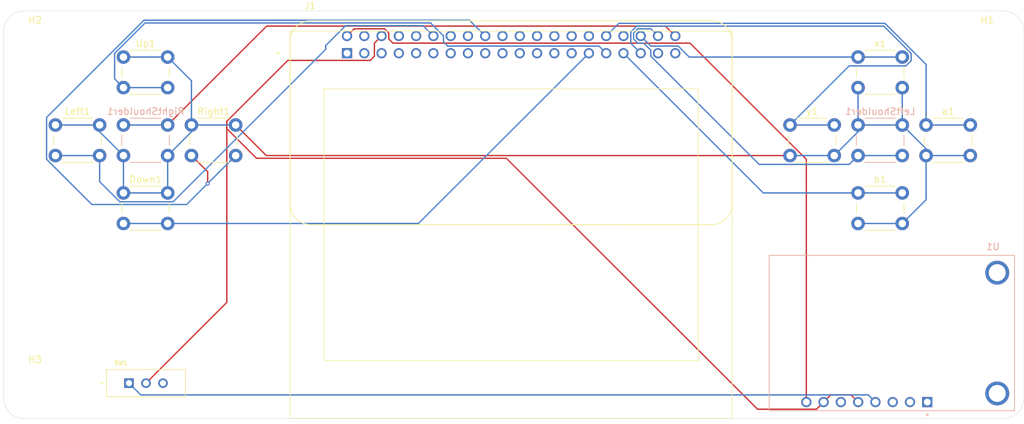
<source format=kicad_pcb>
(kicad_pcb (version 20241229) (generator "pcbnew") (generator_version "9.0")
  (layers (0 "F.Cu" signal) (2 "B.Cu" signal) (13 "F.Paste" user) (15 "B.Paste" user) (5 "F.SilkS" user "F.Silkscreen") (7 "B.SilkS" user "B.Silkscreen") (1 "F.Mask" user) (3 "B.Mask" user) (25 "Edge.Cuts" user))
  (net 0 "")
  (net 1 "GND")
  (net 2 "Net-(J1-Pin_32)")
  (net 3 "Net-(J1-Pin_33)")
  (net 4 "Net-(J1-Pin_29)")
  (net 6 "Net-(J1-Pin_18)")
  (net 13 "Net-(J1-Pin_6)")
  (net 15 "Net-(J1-Pin_35)")
  (net 17 "Net-(J1-Pin_2)")
  (net 19 "Net-(J1-Pin_40)")
  (net 27 "Net-(J1-Pin_36)")
  (net 32 "Net-(J1-Pin_38)")
  (net 34 "Net-(J1-Pin_12)")
  (net 39 "Net-(J1-Pin_31)")
  (net 43 "Net-(SW1-A)")
  (footprint "Button_Switch_THT:SW_PUSH_6mm" (layer "F.Cu") (at 116 17)
    (property "Reference" "y1" (at 3.25 -2 0) (layer "F.SilkS"))
    (property "Value" "SW_Push")
    (fp_line (start -0.25 1.5) (end -0.25 3) (stroke (width 0.12)) (layer "F.SilkS"))
    (fp_line (start 1 5.5) (end 5.5 5.5) (stroke (width 0.12)) (layer "F.SilkS"))
    (fp_line (start 5.5 -1) (end 1 -1) (stroke (width 0.12)) (layer "F.SilkS"))
    (fp_line (start 6.75 3) (end 6.75 1.5) (stroke (width 0.12)) (layer "F.SilkS"))
    (pad "1" thru_hole circle (at 0 0 90) (size 2 2) (drill 1.1) (layers "*.Cu" "*.Mask") (net 15 "Net-(J1-Pin_35)"))
    (pad "1" thru_hole circle (at 6.5 0 90) (size 2 2) (drill 1.1) (layers "*.Cu" "*.Mask") (net 15 "Net-(J1-Pin_35)"))
    (pad "2" thru_hole circle (at 0 4.5 90) (size 2 2) (drill 1.1) (layers "*.Cu" "*.Mask") (net 1 "GND"))
    (pad "2" thru_hole circle (at 6.5 4.5 90) (size 2 2) (drill 1.1) (layers "*.Cu" "*.Mask") (net 1 "GND"))
  )
  (footprint "Button_Switch_THT:SW_PUSH_6mm" (layer "F.Cu") (at 126 27)
    (property "Reference" "b1" (at 3.25 -2 0) (layer "F.SilkS"))
    (property "Value" "SW_Push")
    (fp_line (start -0.25 1.5) (end -0.25 3) (stroke (width 0.12)) (layer "F.SilkS"))
    (fp_line (start 1 5.5) (end 5.5 5.5) (stroke (width 0.12)) (layer "F.SilkS"))
    (fp_line (start 5.5 -1) (end 1 -1) (stroke (width 0.12)) (layer "F.SilkS"))
    (fp_line (start 6.75 3) (end 6.75 1.5) (stroke (width 0.12)) (layer "F.SilkS"))
    (pad "1" thru_hole circle (at 0 0 90) (size 2 2) (drill 1.1) (layers "*.Cu" "*.Mask") (net 3 "Net-(J1-Pin_33)"))
    (pad "1" thru_hole circle (at 6.5 0 90) (size 2 2) (drill 1.1) (layers "*.Cu" "*.Mask") (net 3 "Net-(J1-Pin_33)"))
    (pad "2" thru_hole circle (at 0 4.5 90) (size 2 2) (drill 1.1) (layers "*.Cu" "*.Mask") (net 1 "GND"))
    (pad "2" thru_hole circle (at 6.5 4.5 90) (size 2 2) (drill 1.1) (layers "*.Cu" "*.Mask") (net 1 "GND"))
  )
  (footprint "Button_Switch_THT:SW_PUSH_6mm" (layer "F.Cu") (at 126 7)
    (property "Reference" "x1" (at 3.25 -2 0) (layer "F.SilkS"))
    (property "Value" "SW_Push")
    (fp_line (start -0.25 1.5) (end -0.25 3) (stroke (width 0.12)) (layer "F.SilkS"))
    (fp_line (start 1 5.5) (end 5.5 5.5) (stroke (width 0.12)) (layer "F.SilkS"))
    (fp_line (start 5.5 -1) (end 1 -1) (stroke (width 0.12)) (layer "F.SilkS"))
    (fp_line (start 6.75 3) (end 6.75 1.5) (stroke (width 0.12)) (layer "F.SilkS"))
    (pad "1" thru_hole circle (at 0 0 90) (size 2 2) (drill 1.1) (layers "*.Cu" "*.Mask") (net 27 "Net-(J1-Pin_36)"))
    (pad "1" thru_hole circle (at 6.5 0 90) (size 2 2) (drill 1.1) (layers "*.Cu" "*.Mask") (net 27 "Net-(J1-Pin_36)"))
    (pad "2" thru_hole circle (at 0 4.5 90) (size 2 2) (drill 1.1) (layers "*.Cu" "*.Mask") (net 1 "GND"))
    (pad "2" thru_hole circle (at 6.5 4.5 90) (size 2 2) (drill 1.1) (layers "*.Cu" "*.Mask") (net 1 "GND"))
  )
  (footprint "Button_Switch_THT:SW_PUSH_6mm" (layer "F.Cu") (at 28 17)
    (property "Reference" "Right1" (at 3.25 -2 0) (layer "F.SilkS"))
    (property "Value" "SW_Push")
    (fp_line (start -0.25 1.5) (end -0.25 3) (stroke (width 0.12)) (layer "F.SilkS"))
    (fp_line (start 1 5.5) (end 5.5 5.5) (stroke (width 0.12)) (layer "F.SilkS"))
    (fp_line (start 5.5 -1) (end 1 -1) (stroke (width 0.12)) (layer "F.SilkS"))
    (fp_line (start 6.75 3) (end 6.75 1.5) (stroke (width 0.12)) (layer "F.SilkS"))
    (pad "1" thru_hole circle (at 0 0 90) (size 2 2) (drill 1.1) (layers "*.Cu" "*.Mask") (net 1 "GND"))
    (pad "1" thru_hole circle (at 6.5 0 90) (size 2 2) (drill 1.1) (layers "*.Cu" "*.Mask") (net 1 "GND"))
    (pad "2" thru_hole circle (at 0 4.5 90) (size 2 2) (drill 1.1) (layers "*.Cu" "*.Mask") (net 6 "Net-(J1-Pin_18)"))
    (pad "2" thru_hole circle (at 6.5 4.5 90) (size 2 2) (drill 1.1) (layers "*.Cu" "*.Mask") (net 6 "Net-(J1-Pin_18)"))
  )
  (footprint "MountingHole:MountingHole_2.5mm" (layer "F.Cu") (at 145 5)
    (property "Reference" "H1" (at 0 -3.45 0) (layer "F.SilkS"))
    (property "Value" "MountingHole")
    (pad "" np_thru_hole circle (at 0 0) (size 2.5 2.5) (drill 2.5) (layers "*.Cu" "*.Mask"))
  )
  (footprint "MountingHole:MountingHole_2.5mm" (layer "F.Cu") (at 5 5)
    (property "Reference" "H2" (at 0 -3.45 0) (layer "F.SilkS"))
    (property "Value" "MountingHole")
    (pad "" np_thru_hole circle (at 0 0) (size 2.5 2.5) (drill 2.5) (layers "*.Cu" "*.Mask"))
  )
  (footprint "Button_Switch_THT:SW_PUSH_6mm" (layer "F.Cu") (at 136 17)
    (property "Reference" "a1" (at 3.25 -2 0) (layer "F.SilkS"))
    (property "Value" "SW_Push")
    (fp_line (start -0.25 1.5) (end -0.25 3) (stroke (width 0.12)) (layer "F.SilkS"))
    (fp_line (start 1 5.5) (end 5.5 5.5) (stroke (width 0.12)) (layer "F.SilkS"))
    (fp_line (start 5.5 -1) (end 1 -1) (stroke (width 0.12)) (layer "F.SilkS"))
    (fp_line (start 6.75 3) (end 6.75 1.5) (stroke (width 0.12)) (layer "F.SilkS"))
    (pad "1" thru_hole circle (at 0 0 90) (size 2 2) (drill 1.1) (layers "*.Cu" "*.Mask") (net 2 "Net-(J1-Pin_32)"))
    (pad "1" thru_hole circle (at 6.5 0 90) (size 2 2) (drill 1.1) (layers "*.Cu" "*.Mask") (net 2 "Net-(J1-Pin_32)"))
    (pad "2" thru_hole circle (at 0 4.5 90) (size 2 2) (drill 1.1) (layers "*.Cu" "*.Mask") (net 1 "GND"))
    (pad "2" thru_hole circle (at 6.5 4.5 90) (size 2 2) (drill 1.1) (layers "*.Cu" "*.Mask") (net 1 "GND"))
  )
  (footprint "Button_Switch_THT:SW_PUSH_6mm" (layer "F.Cu") (at 18 27)
    (property "Reference" "Down1" (at 3.25 -2 0) (layer "F.SilkS"))
    (property "Value" "SW_Push")
    (fp_line (start -0.25 1.5) (end -0.25 3) (stroke (width 0.12)) (layer "F.SilkS"))
    (fp_line (start 1 5.5) (end 5.5 5.5) (stroke (width 0.12)) (layer "F.SilkS"))
    (fp_line (start 5.5 -1) (end 1 -1) (stroke (width 0.12)) (layer "F.SilkS"))
    (fp_line (start 6.75 3) (end 6.75 1.5) (stroke (width 0.12)) (layer "F.SilkS"))
    (pad "1" thru_hole circle (at 0 0 90) (size 2 2) (drill 1.1) (layers "*.Cu" "*.Mask") (net 1 "GND"))
    (pad "1" thru_hole circle (at 6.5 0 90) (size 2 2) (drill 1.1) (layers "*.Cu" "*.Mask") (net 1 "GND"))
    (pad "2" thru_hole circle (at 0 4.5 90) (size 2 2) (drill 1.1) (layers "*.Cu" "*.Mask") (net 4 "Net-(J1-Pin_29)"))
    (pad "2" thru_hole circle (at 6.5 4.5 90) (size 2 2) (drill 1.1) (layers "*.Cu" "*.Mask") (net 4 "Net-(J1-Pin_29)"))
  )
  (footprint "1 spdt:SW_MINI-SPDT-SW" (layer "F.Cu") (at 21.3125 55)
    (property "Reference" "SW1" (at -3.683 -2.9464 0) (layer "F.SilkS") (effects (font (size 0.64 0.64))))
    (property "Value" "SW_SPDT")
    (fp_line (start -5.8 -2) (end -5.8 2) (stroke (width 0.127)) (layer "F.SilkS"))
    (fp_line (start -5.8 2) (end 5.8 2) (stroke (width 0.127)) (layer "F.SilkS"))
    (fp_line (start 5.8 -2) (end -5.8 -2) (stroke (width 0.127)) (layer "F.SilkS"))
    (fp_line (start 5.8 2) (end 5.8 -2) (stroke (width 0.127)) (layer "F.SilkS"))
    (fp_circle (center -6.5 0) (end -6.4 0) (stroke (width 0.2)) (fill no) (layer "F.SilkS"))
    (pad "1" thru_hole rect (at -2.5 0) (size 1.408 1.408) (drill 0.9) (layers "*.Cu" "*.Mask") (net 43 "Net-(SW1-A)"))
    (pad "2" thru_hole circle (at 0 0) (size 1.408 1.408) (drill 0.9) (layers "*.Cu" "*.Mask") (net 13 "Net-(J1-Pin_6)"))
    (pad "3" thru_hole circle (at 2.5 0) (size 1.408 1.408) (drill 0.9) (layers "*.Cu" "*.Mask"))
  )
  (footprint "Button_Switch_THT:SW_PUSH_6mm" (layer "F.Cu") (at 8 17)
    (property "Reference" "Left1" (at 3.25 -2 0) (layer "F.SilkS"))
    (property "Value" "SW_Push")
    (fp_line (start -0.25 1.5) (end -0.25 3) (stroke (width 0.12)) (layer "F.SilkS"))
    (fp_line (start 1 5.5) (end 5.5 5.5) (stroke (width 0.12)) (layer "F.SilkS"))
    (fp_line (start 5.5 -1) (end 1 -1) (stroke (width 0.12)) (layer "F.SilkS"))
    (fp_line (start 6.75 3) (end 6.75 1.5) (stroke (width 0.12)) (layer "F.SilkS"))
    (pad "1" thru_hole circle (at 0 0 90) (size 2 2) (drill 1.1) (layers "*.Cu" "*.Mask") (net 1 "GND"))
    (pad "1" thru_hole circle (at 6.5 0 90) (size 2 2) (drill 1.1) (layers "*.Cu" "*.Mask") (net 1 "GND"))
    (pad "2" thru_hole circle (at 0 4.5 90) (size 2 2) (drill 1.1) (layers "*.Cu" "*.Mask") (net 34 "Net-(J1-Pin_12)"))
    (pad "2" thru_hole circle (at 6.5 4.5 90) (size 2 2) (drill 1.1) (layers "*.Cu" "*.Mask") (net 34 "Net-(J1-Pin_12)"))
  )
  (footprint "Button_Switch_THT:SW_PUSH_6mm" (layer "F.Cu") (at 18 7)
    (property "Reference" "Up1" (at 3.25 -2 0) (layer "F.SilkS"))
    (property "Value" "SW_Push")
    (fp_line (start -0.25 1.5) (end -0.25 3) (stroke (width 0.12)) (layer "F.SilkS"))
    (fp_line (start 1 5.5) (end 5.5 5.5) (stroke (width 0.12)) (layer "F.SilkS"))
    (fp_line (start 5.5 -1) (end 1 -1) (stroke (width 0.12)) (layer "F.SilkS"))
    (fp_line (start 6.75 3) (end 6.75 1.5) (stroke (width 0.12)) (layer "F.SilkS"))
    (pad "1" thru_hole circle (at 0 0 90) (size 2 2) (drill 1.1) (layers "*.Cu" "*.Mask") (net 1 "GND"))
    (pad "1" thru_hole circle (at 6.5 0 90) (size 2 2) (drill 1.1) (layers "*.Cu" "*.Mask") (net 1 "GND"))
    (pad "2" thru_hole circle (at 0 4.5 90) (size 2 2) (drill 1.1) (layers "*.Cu" "*.Mask") (net 39 "Net-(J1-Pin_31)"))
    (pad "2" thru_hole circle (at 6.5 4.5 90) (size 2 2) (drill 1.1) (layers "*.Cu" "*.Mask") (net 39 "Net-(J1-Pin_31)"))
  )
  (footprint "1 pi:MODULE_SC1176" (layer "F.Cu") (at 75 16.66875)
    (property "Reference" "J1" (at -29.569 -17.2162 0) (layer "F.SilkS") (effects (font (size 1.00189 1.00189))))
    (property "Value" "Conn_02x20_Odd_Even")
    (fp_line (start -32.5 -12) (end -32.5 12) (stroke (width 0.127)) (layer "F.SilkS"))
    (fp_line (start -29.5 15) (end 29.5 15) (stroke (width 0.127)) (layer "F.SilkS"))
    (fp_line (start 4.4 15) (end 12.75 15) (stroke (width 0.127)) (layer "F.SilkS"))
    (fp_line (start 17 15) (end 25.35 15) (stroke (width 0.127)) (layer "F.SilkS"))
    (fp_line (start 29.5 -15) (end -29.5 -15) (stroke (width 0.127)) (layer "F.SilkS"))
    (fp_line (start 32.5 12) (end 32.5 -12) (stroke (width 0.127)) (layer "F.SilkS"))
    (fp_arc (start -32.5 -12) (mid -31.62132 -14.12132) (end -29.5 -15) (stroke (width 0.127)) (layer "F.SilkS"))
    (fp_arc (start -29.5 15) (mid -31.62132 14.12132) (end -32.5 12) (stroke (width 0.127)) (layer "F.SilkS"))
    (fp_arc (start 29.5 -15) (mid 31.62132 -14.12132) (end 32.5 -12) (stroke (width 0.127)) (layer "F.SilkS"))
    (fp_arc (start 32.5 12) (mid 31.62132 14.12132) (end 29.5 15) (stroke (width 0.127)) (layer "F.SilkS"))
    (fp_circle (center -34.29 -10.23) (end -34.19 -10.23) (stroke (width 0.2)) (fill no) (layer "F.SilkS"))
    (pad "" np_thru_hole circle (at -29 -11.5) (size 2.75 2.75) (drill 2.75) (layers "*.Cu" "*.Mask"))
    (pad "" np_thru_hole circle (at -29 11.5) (size 2.75 2.75) (drill 2.75) (layers "*.Cu" "*.Mask"))
    (pad "" np_thru_hole circle (at 29 -11.5) (size 2.75 2.75) (drill 2.75) (layers "*.Cu" "*.Mask"))
    (pad "" np_thru_hole circle (at 29 11.5) (size 2.75 2.75) (drill 2.75) (layers "*.Cu" "*.Mask"))
    (pad "1" thru_hole rect (at -24.13 -10.23) (size 1.508 1.508) (drill 1) (layers "*.Cu" "*.Mask"))
    (pad "2" thru_hole circle (at -24.13 -12.77) (size 1.508 1.508) (drill 1) (layers "*.Cu" "*.Mask") (net 17 "Net-(J1-Pin_2)"))
    (pad "3" thru_hole circle (at -21.59 -10.23) (size 1.508 1.508) (drill 1) (layers "*.Cu" "*.Mask"))
    (pad "4" thru_hole circle (at -21.59 -12.77) (size 1.508 1.508) (drill 1) (layers "*.Cu" "*.Mask"))
    (pad "5" thru_hole circle (at -19.05 -10.23) (size 1.508 1.508) (drill 1) (layers "*.Cu" "*.Mask"))
    (pad "6" thru_hole circle (at -19.05 -12.77) (size 1.508 1.508) (drill 1) (layers "*.Cu" "*.Mask") (net 13 "Net-(J1-Pin_6)"))
    (pad "7" thru_hole circle (at -16.51 -10.23) (size 1.508 1.508) (drill 1) (layers "*.Cu" "*.Mask"))
    (pad "8" thru_hole circle (at -16.51 -12.77) (size 1.508 1.508) (drill 1) (layers "*.Cu" "*.Mask"))
    (pad "9" thru_hole circle (at -13.97 -10.23) (size 1.508 1.508) (drill 1) (layers "*.Cu" "*.Mask"))
    (pad "10" thru_hole circle (at -13.97 -12.77) (size 1.508 1.508) (drill 1) (layers "*.Cu" "*.Mask"))
    (pad "11" thru_hole circle (at -11.43 -10.23) (size 1.508 1.508) (drill 1) (layers "*.Cu" "*.Mask"))
    (pad "12" thru_hole circle (at -11.43 -12.77) (size 1.508 1.508) (drill 1) (layers "*.Cu" "*.Mask") (net 34 "Net-(J1-Pin_12)"))
    (pad "13" thru_hole circle (at -8.89 -10.23) (size 1.508 1.508) (drill 1) (layers "*.Cu" "*.Mask"))
    (pad "14" thru_hole circle (at -8.89 -12.77) (size 1.508 1.508) (drill 1) (layers "*.Cu" "*.Mask"))
    (pad "15" thru_hole circle (at -6.35 -10.23) (size 1.508 1.508) (drill 1) (layers "*.Cu" "*.Mask"))
    (pad "16" thru_hole circle (at -6.35 -12.77) (size 1.508 1.508) (drill 1) (layers "*.Cu" "*.Mask"))
    (pad "17" thru_hole circle (at -3.81 -10.23) (size 1.508 1.508) (drill 1) (layers "*.Cu" "*.Mask"))
    (pad "18" thru_hole circle (at -3.81 -12.77) (size 1.508 1.508) (drill 1) (layers "*.Cu" "*.Mask") (net 6 "Net-(J1-Pin_18)"))
    (pad "19" thru_hole circle (at -1.27 -10.23) (size 1.508 1.508) (drill 1) (layers "*.Cu" "*.Mask"))
    (pad "20" thru_hole circle (at -1.27 -12.77) (size 1.508 1.508) (drill 1) (layers "*.Cu" "*.Mask"))
    (pad "21" thru_hole circle (at 1.27 -10.23) (size 1.508 1.508) (drill 1) (layers "*.Cu" "*.Mask"))
    (pad "22" thru_hole circle (at 1.27 -12.77) (size 1.508 1.508) (drill 1) (layers "*.Cu" "*.Mask"))
    (pad "23" thru_hole circle (at 3.81 -10.23) (size 1.508 1.508) (drill 1) (layers "*.Cu" "*.Mask"))
    (pad "24" thru_hole circle (at 3.81 -12.77) (size 1.508 1.508) (drill 1) (layers "*.Cu" "*.Mask"))
    (pad "25" thru_hole circle (at 6.35 -10.23) (size 1.508 1.508) (drill 1) (layers "*.Cu" "*.Mask"))
    (pad "26" thru_hole circle (at 6.35 -12.77) (size 1.508 1.508) (drill 1) (layers "*.Cu" "*.Mask"))
    (pad "27" thru_hole circle (at 8.89 -10.23) (size 1.508 1.508) (drill 1) (layers "*.Cu" "*.Mask"))
    (pad "28" thru_hole circle (at 8.89 -12.77) (size 1.508 1.508) (drill 1) (layers "*.Cu" "*.Mask"))
    (pad "29" thru_hole circle (at 11.43 -10.23) (size 1.508 1.508) (drill 1) (layers "*.Cu" "*.Mask") (net 4 "Net-(J1-Pin_29)"))
    (pad "30" thru_hole circle (at 11.43 -12.77) (size 1.508 1.508) (drill 1) (layers "*.Cu" "*.Mask"))
    (pad "31" thru_hole circle (at 13.97 -10.23) (size 1.508 1.508) (drill 1) (layers "*.Cu" "*.Mask") (net 39 "Net-(J1-Pin_31)"))
    (pad "32" thru_hole circle (at 13.97 -12.77) (size 1.508 1.508) (drill 1) (layers "*.Cu" "*.Mask") (net 2 "Net-(J1-Pin_32)"))
    (pad "33" thru_hole circle (at 16.51 -10.23) (size 1.508 1.508) (drill 1) (layers "*.Cu" "*.Mask") (net 3 "Net-(J1-Pin_33)"))
    (pad "34" thru_hole circle (at 16.51 -12.77) (size 1.508 1.508) (drill 1) (layers "*.Cu" "*.Mask"))
    (pad "35" thru_hole circle (at 19.05 -10.23) (size 1.508 1.508) (drill 1) (layers "*.Cu" "*.Mask") (net 15 "Net-(J1-Pin_35)"))
    (pad "36" thru_hole circle (at 19.05 -12.77) (size 1.508 1.508) (drill 1) (layers "*.Cu" "*.Mask") (net 27 "Net-(J1-Pin_36)"))
    (pad "37" thru_hole circle (at 21.59 -10.23) (size 1.508 1.508) (drill 1) (layers "*.Cu" "*.Mask"))
    (pad "38" thru_hole circle (at 21.59 -12.77) (size 1.508 1.508) (drill 1) (layers "*.Cu" "*.Mask") (net 32 "Net-(J1-Pin_38)"))
    (pad "39" thru_hole circle (at 24.13 -10.23) (size 1.508 1.508) (drill 1) (layers "*.Cu" "*.Mask"))
    (pad "40" thru_hole circle (at 24.13 -12.77) (size 1.508 1.508) (drill 1) (layers "*.Cu" "*.Mask") (net 19 "Net-(J1-Pin_40)"))
  )
  (footprint "MountingHole:MountingHole_2.5mm" (layer "F.Cu") (at 5 55)
    (property "Reference" "H3" (at 0 -3.45 0) (layer "F.SilkS"))
    (property "Value" "MountingHole")
    (pad "" np_thru_hole circle (at 0 0) (size 2.5 2.5) (drill 2.5) (layers "*.Cu" "*.Mask"))
  )
  (footprint "Button_Switch_THT:SW_PUSH_6mm" (layer "B.Cu") (at 132.5 17 180)
    (property "Reference" "LeftShoulder1" (at 3.25 2 0) (layer "B.SilkS") (effects (justify mirror)))
    (property "Value" "SW_Push")
    (fp_line (start 6.75 -3) (end 6.75 -1.5) (stroke (width 0.12)) (layer "B.SilkS"))
    (fp_line (start 5.5 1) (end 1 1) (stroke (width 0.12)) (layer "B.SilkS"))
    (fp_line (start 1 -5.5) (end 5.5 -5.5) (stroke (width 0.12)) (layer "B.SilkS"))
    (fp_line (start -0.25 -1.5) (end -0.25 -3) (stroke (width 0.12)) (layer "B.SilkS"))
    (pad "1" thru_hole circle (at 0 0 90) (size 2 2) (drill 1.1) (layers "*.Cu" "*.Mask") (net 1 "GND"))
    (pad "1" thru_hole circle (at 6.5 0 90) (size 2 2) (drill 1.1) (layers "*.Cu" "*.Mask") (net 1 "GND"))
    (pad "2" thru_hole circle (at 0 -4.5 90) (size 2 2) (drill 1.1) (layers "*.Cu" "*.Mask") (net 32 "Net-(J1-Pin_38)"))
    (pad "2" thru_hole circle (at 6.5 -4.5 90) (size 2 2) (drill 1.1) (layers "*.Cu" "*.Mask") (net 32 "Net-(J1-Pin_38)"))
  )
  (footprint "Button_Switch_THT:SW_PUSH_6mm" (layer "B.Cu") (at 24.5 17 180)
    (property "Reference" "RightShoulder1" (at 3.25 2 0) (layer "B.SilkS") (effects (justify mirror)))
    (property "Value" "SW_Push")
    (fp_line (start 6.75 -3) (end 6.75 -1.5) (stroke (width 0.12)) (layer "B.SilkS"))
    (fp_line (start 5.5 1) (end 1 1) (stroke (width 0.12)) (layer "B.SilkS"))
    (fp_line (start 1 -5.5) (end 5.5 -5.5) (stroke (width 0.12)) (layer "B.SilkS"))
    (fp_line (start -0.25 -1.5) (end -0.25 -3) (stroke (width 0.12)) (layer "B.SilkS"))
    (pad "1" thru_hole circle (at 0 0 90) (size 2 2) (drill 1.1) (layers "*.Cu" "*.Mask") (net 19 "Net-(J1-Pin_40)"))
    (pad "1" thru_hole circle (at 6.5 0 90) (size 2 2) (drill 1.1) (layers "*.Cu" "*.Mask") (net 19 "Net-(J1-Pin_40)"))
    (pad "2" thru_hole circle (at 0 -4.5 90) (size 2 2) (drill 1.1) (layers "*.Cu" "*.Mask") (net 1 "GND"))
    (pad "2" thru_hole circle (at 6.5 -4.5 90) (size 2 2) (drill 1.1) (layers "*.Cu" "*.Mask") (net 1 "GND"))
  )
  (footprint "1000c:MODULE_2465" (layer "B.Cu") (at 130.96875 47.625 180)
    (property "Reference" "U1" (at -14.859 12.705 0) (layer "B.SilkS") (effects (justify mirror)))
    (property "Value" "2465")
    (fp_line (start 18.034 11.43) (end 18.034 -11.43) (stroke (width 0.127)) (layer "B.SilkS"))
    (fp_line (start 18.034 -11.43) (end -18.034 -11.43) (stroke (width 0.127)) (layer "B.SilkS"))
    (fp_line (start -18.034 11.43) (end 18.034 11.43) (stroke (width 0.127)) (layer "B.SilkS"))
    (fp_line (start -18.034 -11.43) (end -18.034 11.43) (stroke (width 0.127)) (layer "B.SilkS"))
    (fp_circle (center -5.207 -12.03) (end -5.107 -12.03) (stroke (width 0.2)) (fill no) (layer "B.SilkS"))
    (pad "1" thru_hole rect (at -5.207 -10.16 180) (size 1.508 1.508) (drill 1) (layers "*.Cu" "*.Mask"))
    (pad "2" thru_hole circle (at -2.667 -10.16 180) (size 1.508 1.508) (drill 1) (layers "*.Cu" "*.Mask"))
    (pad "3" thru_hole circle (at -0.127 -10.16 180) (size 1.508 1.508) (drill 1) (layers "*.Cu" "*.Mask"))
    (pad "4" thru_hole circle (at 2.413 -10.16 180) (size 1.508 1.508) (drill 1) (layers "*.Cu" "*.Mask") (net 43 "Net-(SW1-A)"))
    (pad "5" thru_hole circle (at 4.953 -10.16 180) (size 1.508 1.508) (drill 1) (layers "*.Cu" "*.Mask") (net 13 "Net-(J1-Pin_6)"))
    (pad "6" thru_hole circle (at 7.493 -10.16 180) (size 1.508 1.508) (drill 1) (layers "*.Cu" "*.Mask"))
    (pad "7" thru_hole circle (at 10.033 -10.16 180) (size 1.508 1.508) (drill 1) (layers "*.Cu" "*.Mask") (net 13 "Net-(J1-Pin_6)"))
    (pad "8" thru_hole circle (at 12.573 -10.16 180) (size 1.508 1.508) (drill 1) (layers "*.Cu" "*.Mask") (net 17 "Net-(J1-Pin_2)"))
    (pad "P1" thru_hole circle (at -15.494 -8.89 180) (size 3.516 3.516) (drill 2.5) (layers "*.Cu" "*.Mask"))
    (pad "P2" thru_hole circle (at -15.494 8.89 180) (size 3.516 3.516) (drill 2.5) (layers "*.Cu" "*.Mask"))
  )
  (gr_rect (start 42.5 3.16875) (end 107.5 60.16875) (stroke (width 0.1)) (fill no) (layer "F.SilkS"))
  (gr_rect (start 47.5 11.66875) (end 102.5 51.66875) (stroke (width 0.1)) (fill no) (layer "F.SilkS"))
  (gr_arc (start 3.39125 60.20625) (mid 1.26993 59.32757) (end 0.39125 57.20625) (stroke (width 0.05)) (layer "Edge.Cuts"))
  (gr_arc (start 0.39125 3.20625) (mid 1.26993 1.08493) (end 3.39125 0.20625) (stroke (width 0.05)) (layer "Edge.Cuts"))
  (gr_line (start 150.39125 3.20625) (end 150.39125 57.20625) (stroke (width 0.05)) (layer "Edge.Cuts"))
  (gr_line (start 147.39125 60.20625) (end 3.39125 60.20625) (stroke (width 0.05)) (layer "Edge.Cuts"))
  (gr_arc (start 150.39125 57.20625) (mid 149.51257 59.32757) (end 147.39125 60.20625) (stroke (width 0.05)) (layer "Edge.Cuts"))
  (gr_line (start 3.39125 0.20625) (end 147.39125 0.20625) (stroke (width 0.05)) (layer "Edge.Cuts"))
  (gr_line (start 0.39125 57.20625) (end 0.39125 3.20625) (stroke (width 0.05)) (layer "Edge.Cuts"))
  (gr_arc (start 147.39125 0.20625) (mid 149.51257 1.08493) (end 150.39125 3.20625) (stroke (width 0.05)) (layer "Edge.Cuts"))
  (segment (start 39 21.5) (end 116 21.5) (width 0.2) (layer "F.Cu") (net 1))
  (segment (start 34.5 17) (end 39 21.5) (width 0.2) (layer "F.Cu") (net 1))
  (segment (start 14.5 17) (end 8 17) (width 0.2) (layer "B.Cu") (net 1))
  (segment (start 136 20.5) (end 136 21.5) (width 0.2) (layer "B.Cu") (net 1))
  (segment (start 14.5 18) (end 14.5 17) (width 0.2) (layer "B.Cu") (net 1))
  (segment (start 18 21.5) (end 18 27) (width 0.2) (layer "B.Cu") (net 1))
  (segment (start 18 27) (end 24.5 27) (width 0.2) (layer "B.Cu") (net 1))
  (segment (start 132.5 17) (end 136 20.5) (width 0.2) (layer "B.Cu") (net 1))
  (segment (start 28 10.5) (end 24.5 7) (width 0.2) (layer "B.Cu") (net 1))
  (segment (start 122.5 21.5) (end 116 21.5) (width 0.2) (layer "B.Cu") (net 1))
  (segment (start 132.5 31.5) (end 136 28) (width 0.2) (layer "B.Cu") (net 1))
  (segment (start 18 21.5) (end 14.5 18) (width 0.2) (layer "B.Cu") (net 1))
  (segment (start 122.5 21.5) (end 126 18) (width 0.2) (layer "B.Cu") (net 1))
  (segment (start 132.5 31.5) (end 126 31.5) (width 0.2) (layer "B.Cu") (net 1))
  (segment (start 28 17) (end 34.5 17) (width 0.2) (layer "B.Cu") (net 1))
  (segment (start 132.5 17) (end 126 17) (width 0.2) (layer "B.Cu") (net 1))
  (segment (start 126 18) (end 126 17) (width 0.2) (layer "B.Cu") (net 1))
  (segment (start 18 7) (end 24.5 7) (width 0.2) (layer "B.Cu") (net 1))
  (segment (start 136 28) (end 136 21.5) (width 0.2) (layer "B.Cu") (net 1))
  (segment (start 28 18) (end 28 17) (width 0.2) (layer "B.Cu") (net 1))
  (segment (start 24.5 21.5) (end 28 18) (width 0.2) (layer "B.Cu") (net 1))
  (segment (start 28 17) (end 28 10.5) (width 0.2) (layer "B.Cu") (net 1))
  (segment (start 132.5 11.5) (end 132.5 17) (width 0.2) (layer "B.Cu") (net 1))
  (segment (start 126 11.5) (end 126 17) (width 0.2) (layer "B.Cu") (net 1))
  (segment (start 142.5 21.5) (end 136 21.5) (width 0.2) (layer "B.Cu") (net 1))
  (segment (start 24.5 27) (end 24.5 21.5) (width 0.2) (layer "B.Cu") (net 1))
  (segment (start 90.827 2.04175) (end 88.97 3.89875) (width 0.2) (layer "B.Cu") (net 2))
  (segment (start 142.5 17) (end 136 17) (width 0.2) (layer "B.Cu") (net 2))
  (segment (start 136 8.093008) (end 129.948742 2.04175) (width 0.2) (layer "B.Cu") (net 2))
  (segment (start 129.948742 2.04175) (end 90.827 2.04175) (width 0.2) (layer "B.Cu") (net 2))
  (segment (start 136 17) (end 136 8.093008) (width 0.2) (layer "B.Cu") (net 2))
  (segment (start 126 27) (end 112.07125 27) (width 0.2) (layer "B.Cu") (net 3))
  (segment (start 132.5 27) (end 126 27) (width 0.2) (layer "B.Cu") (net 3))
  (segment (start 112.07125 27) (end 91.51 6.43875) (width 0.2) (layer "B.Cu") (net 3))
  (segment (start 61.36875 31.5) (end 86.43 6.43875) (width 0.2) (layer "B.Cu") (net 4))
  (segment (start 24.5 31.5) (end 61.36875 31.5) (width 0.2) (layer "B.Cu") (net 4))
  (segment (start 18 31.5) (end 24.5 31.5) (width 0.2) (layer "B.Cu") (net 4))
  (segment (start 30.38125 23.88125) (end 30.38125 25.61875) (width 0.2) (layer "F.Cu") (net 6))
  (segment (start 28 21.5) (end 30.38125 23.88125) (width 0.2) (layer "F.Cu") (net 6))
  (via (at 30.38125 25.61875) (size 0.6) (drill 0.3) (layers "F.Cu" "B.Cu") (net 6))
  (segment (start 34.5 21.5) (end 30.38125 25.61875) (width 0.2) (layer "B.Cu") (net 6))
  (segment (start 6.699 22.038892) (end 6.699 15.894008) (width 0.2) (layer "B.Cu") (net 6))
  (segment (start 21.013758 1.57925) (end 68.8705 1.57925) (width 0.2) (layer "B.Cu") (net 6))
  (segment (start 30.38125 25.61875) (end 27.298 28.702) (width 0.2) (layer "B.Cu") (net 6))
  (segment (start 13.362108 28.702) (end 6.699 22.038892) (width 0.2) (layer "B.Cu") (net 6))
  (segment (start 27.298 28.702) (end 13.362108 28.702) (width 0.2) (layer "B.Cu") (net 6))
  (segment (start 6.699 15.894008) (end 21.013758 1.57925) (width 0.2) (layer "B.Cu") (net 6))
  (segment (start 68.8705 1.57925) (end 71.19 3.89875) (width 0.2) (layer "B.Cu") (net 6))
  (segment (start 74.2885 21.901) (end 37.561108 21.901) (width 0.2) (layer "F.Cu") (net 13))
  (segment (start 111.2275 58.84) (end 74.2885 21.901) (width 0.2) (layer "F.Cu") (net 13))
  (segment (start 120.93575 57.785) (end 119.88075 58.84) (width 0.2) (layer "F.Cu") (net 13))
  (segment (start 124.96075 56.73) (end 121.99075 56.73) (width 0.2) (layer "F.Cu") (net 13))
  (segment (start 21.3125 55) (end 33.199 43.1135) (width 0.2) (layer "F.Cu") (net 13))
  (segment (start 126.01575 57.785) (end 124.96075 56.73) (width 0.2) (layer "F.Cu") (net 13))
  (segment (start 33.199 17.538892) (end 33.199 16.461108) (width 0.2) (layer "F.Cu") (net 13))
  (segment (start 54.276996 7.49375) (end 54.895 6.875746) (width 0.2) (layer "F.Cu") (net 13))
  (segment (start 54.895 6.875746) (end 54.895 4.95375) (width 0.2) (layer "F.Cu") (net 13))
  (segment (start 119.88075 58.84) (end 111.2275 58.84) (width 0.2) (layer "F.Cu") (net 13))
  (segment (start 54.895 4.95375) (end 55.95 3.89875) (width 0.2) (layer "F.Cu") (net 13))
  (segment (start 33.199 43.1135) (end 33.199 16.461108) (width 0.2) (layer "F.Cu") (net 13))
  (segment (start 42.166358 7.49375) (end 54.276996 7.49375) (width 0.2) (layer "F.Cu") (net 13))
  (segment (start 37.561108 21.901) (end 33.199 17.538892) (width 0.2) (layer "F.Cu") (net 13))
  (segment (start 121.99075 56.73) (end 120.93575 57.785) (width 0.2) (layer "F.Cu") (net 13))
  (segment (start 33.199 16.461108) (end 42.166358 7.49375) (width 0.2) (layer "F.Cu") (net 13))
  (segment (start 133.038892 8.301) (end 133.801 7.538892) (width 0.2) (layer "B.Cu") (net 15))
  (segment (start 92.594 3.295654) (end 92.594 4.98275) (width 0.2) (layer "B.Cu") (net 15))
  (segment (start 129.782642 2.44275) (end 93.446904 2.44275) (width 0.2) (layer "B.Cu") (net 15))
  (segment (start 133.801 7.538892) (end 133.801 6.461108) (width 0.2) (layer "B.Cu") (net 15))
  (segment (start 133.801 6.461108) (end 129.782642 2.44275) (width 0.2) (layer "B.Cu") (net 15))
  (segment (start 124.699 8.301) (end 133.038892 8.301) (width 0.2) (layer "B.Cu") (net 15))
  (segment (start 93.446904 2.44275) (end 92.594 3.295654) (width 0.2) (layer "B.Cu") (net 15))
  (segment (start 116 17) (end 124.699 8.301) (width 0.2) (layer "B.Cu") (net 15))
  (segment (start 92.594 4.98275) (end 94.05 6.43875) (width 0.2) (layer "B.Cu") (net 15))
  (segment (start 116 17) (end 122.5 17) (width 0.2) (layer "B.Cu") (net 15))
  (segment (start 118.39575 57.785) (end 118.39575 22.055858) (width 0.2) (layer "F.Cu") (net 17))
  (segment (start 56.386996 2.84375) (end 51.925 2.84375) (width 0.2) (layer "F.Cu") (net 17))
  (segment (start 57.623004 4.95375) (end 57.005 4.335746) (width 0.2) (layer "F.Cu") (net 17))
  (segment (start 118.39575 22.055858) (end 101.293642 4.95375) (width 0.2) (layer "F.Cu") (net 17))
  (segment (start 51.925 2.84375) (end 50.87 3.89875) (width 0.2) (layer "F.Cu") (net 17))
  (segment (start 101.293642 4.95375) (end 57.623004 4.95375) (width 0.2) (layer "F.Cu") (net 17))
  (segment (start 57.005 3.461754) (end 56.386996 2.84375) (width 0.2) (layer "F.Cu") (net 17))
  (segment (start 57.005 4.335746) (end 57.005 3.461754) (width 0.2) (layer "F.Cu") (net 17))
  (segment (start 97.674 2.44275) (end 39.05725 2.44275) (width 0.2) (layer "F.Cu") (net 19))
  (segment (start 99.13 3.89875) (end 97.674 2.44275) (width 0.2) (layer "F.Cu") (net 19))
  (segment (start 39.05725 2.44275) (end 24.5 17) (width 0.2) (layer "F.Cu") (net 19))
  (segment (start 18 17) (end 24.5 17) (width 0.2) (layer "B.Cu") (net 19))
  (segment (start 95.535 5.38375) (end 94.05 3.89875) (width 0.2) (layer "B.Cu") (net 27))
  (segment (start 101.183246 7) (end 99.566996 5.38375) (width 0.2) (layer "B.Cu") (net 27))
  (segment (start 126 7) (end 132.5 7) (width 0.2) (layer "B.Cu") (net 27))
  (segment (start 126 7) (end 101.183246 7) (width 0.2) (layer "B.Cu") (net 27))
  (segment (start 99.566996 5.38375) (end 95.535 5.38375) (width 0.2) (layer "B.Cu") (net 27))
  (segment (start 92.995 3.461754) (end 93.613004 2.84375) (width 0.2) (layer "B.Cu") (net 32))
  (segment (start 132.5 21.5) (end 126 21.5) (width 0.2) (layer "B.Cu") (net 32))
  (segment (start 92.995 4.335746) (end 92.995 3.461754) (width 0.2) (layer "B.Cu") (net 32))
  (segment (start 126 21.5) (end 124.699 22.801) (width 0.2) (layer "B.Cu") (net 32))
  (segment (start 95.535 6.875746) (end 95.535 6.001754) (width 0.2) (layer "B.Cu") (net 32))
  (segment (start 95.535 6.001754) (end 94.486996 4.95375) (width 0.2) (layer "B.Cu") (net 32))
  (segment (start 124.699 22.801) (end 111.460254 22.801) (width 0.2) (layer "B.Cu") (net 32))
  (segment (start 111.460254 22.801) (end 95.535 6.875746) (width 0.2) (layer "B.Cu") (net 32))
  (segment (start 95.535 2.84375) (end 96.59 3.89875) (width 0.2) (layer "B.Cu") (net 32))
  (segment (start 93.613004 4.95375) (end 92.995 4.335746) (width 0.2) (layer "B.Cu") (net 32))
  (segment (start 94.486996 4.95375) (end 93.613004 4.95375) (width 0.2) (layer "B.Cu") (net 32))
  (segment (start 93.613004 2.84375) (end 95.535 2.84375) (width 0.2) (layer "B.Cu") (net 32))
  (segment (start 17.461108 28.301) (end 25.308683 28.301) (width 0.2) (layer "B.Cu") (net 34))
  (segment (start 14.5 25.339892) (end 17.461108 28.301) (width 0.2) (layer "B.Cu") (net 34))
  (segment (start 47.726 5.883683) (end 47.726 5.316583) (width 0.2) (layer "B.Cu") (net 34))
  (segment (start 47.726 5.316583) (end 50.661333 2.38125) (width 0.2) (layer "B.Cu") (net 34))
  (segment (start 62.0525 2.38125) (end 63.57 3.89875) (width 0.2) (layer "B.Cu") (net 34))
  (segment (start 50.661333 2.38125) (end 62.0525 2.38125) (width 0.2) (layer "B.Cu") (net 34))
  (segment (start 14.5 21.5) (end 14.5 25.339892) (width 0.2) (layer "B.Cu") (net 34))
  (segment (start 25.308683 28.301) (end 47.726 5.883683) (width 0.2) (layer "B.Cu") (net 34))
  (segment (start 8 21.5) (end 14.5 21.5) (width 0.2) (layer "B.Cu") (net 34))
  (segment (start 65.055 4.765746) (end 65.673004 5.38375) (width 0.2) (layer "B.Cu") (net 39))
  (segment (start 65.055 3.891754) (end 65.055 4.765746) (width 0.2) (layer "B.Cu") (net 39))
  (segment (start 18 11.5) (end 24.5 11.5) (width 0.2) (layer "B.Cu") (net 39))
  (segment (start 16.699 10.199) (end 16.699 6.461108) (width 0.2) (layer "B.Cu") (net 39))
  (segment (start 65.673004 5.38375) (end 87.915 5.38375) (width 0.2) (layer "B.Cu") (net 39))
  (segment (start 87.915 5.38375) (end 88.97 6.43875) (width 0.2) (layer "B.Cu") (net 39))
  (segment (start 18 11.5) (end 16.699 10.199) (width 0.2) (layer "B.Cu") (net 39))
  (segment (start 16.699 6.461108) (end 21.179858 1.98025) (width 0.2) (layer "B.Cu") (net 39))
  (segment (start 63.143496 1.98025) (end 65.055 3.891754) (width 0.2) (layer "B.Cu") (net 39))
  (segment (start 21.179858 1.98025) (end 63.143496 1.98025) (width 0.2) (layer "B.Cu") (net 39))
  (segment (start 20.5425 56.73) (end 127.50075 56.73) (width 0.2) (layer "B.Cu") (net 43))
  (segment (start 18.8125 55) (end 20.5425 56.73) (width 0.2) (layer "B.Cu") (net 43))
  (segment (start 127.50075 56.73) (end 128.55575 57.785) (width 0.2) (layer "B.Cu") (net 43))
)
</source>
